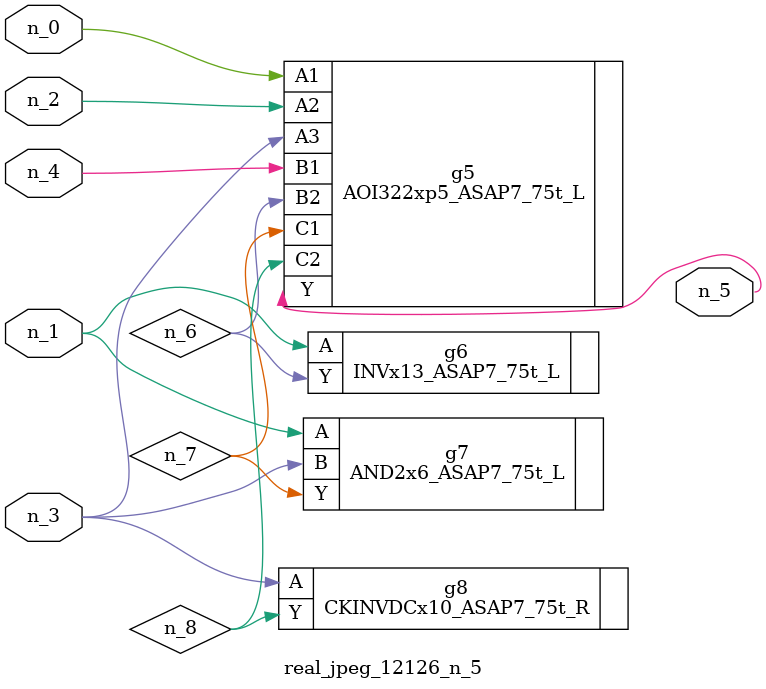
<source format=v>
module real_jpeg_12126_n_5 (n_4, n_0, n_1, n_2, n_3, n_5);

input n_4;
input n_0;
input n_1;
input n_2;
input n_3;

output n_5;

wire n_8;
wire n_6;
wire n_7;

AOI322xp5_ASAP7_75t_L g5 ( 
.A1(n_0),
.A2(n_2),
.A3(n_3),
.B1(n_4),
.B2(n_6),
.C1(n_7),
.C2(n_8),
.Y(n_5)
);

INVx13_ASAP7_75t_L g6 ( 
.A(n_1),
.Y(n_6)
);

AND2x6_ASAP7_75t_L g7 ( 
.A(n_1),
.B(n_3),
.Y(n_7)
);

CKINVDCx10_ASAP7_75t_R g8 ( 
.A(n_3),
.Y(n_8)
);


endmodule
</source>
